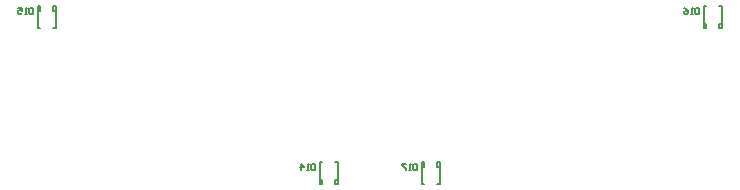
<source format=gbo>
G04*
G04 #@! TF.GenerationSoftware,Altium Limited,Altium Designer,24.5.2 (23)*
G04*
G04 Layer_Color=32896*
%FSLAX44Y44*%
%MOMM*%
G71*
G04*
G04 #@! TF.SameCoordinates,1F493C1C-94EE-482F-B0B6-BA56A28CA170*
G04*
G04*
G04 #@! TF.FilePolarity,Positive*
G04*
G01*
G75*
%ADD10C,0.2000*%
%ADD11C,0.1270*%
D10*
X37680Y264580D02*
Y268580D01*
X35680Y264580D02*
X37680D01*
X48680D02*
X50680D01*
X48680D02*
Y268580D01*
X50680Y249580D02*
Y268580D01*
X35680Y249580D02*
Y268580D01*
X48680Y249580D02*
X50680D01*
X48680Y268580D02*
X50680D01*
X35680Y249580D02*
X37680D01*
X35680Y268580D02*
X37680D01*
X612560Y249580D02*
Y253580D01*
X614560D01*
X599560D02*
X601560D01*
Y249580D02*
Y253580D01*
X599560Y249580D02*
Y268580D01*
X614560Y249580D02*
Y268580D01*
X599560D02*
X601560D01*
X599560Y249580D02*
X601560D01*
X612560Y268580D02*
X614560D01*
X612560Y249580D02*
X614560D01*
X362800Y132500D02*
Y136500D01*
X360800Y132500D02*
X362800D01*
X373800D02*
X375800D01*
X373800D02*
Y136500D01*
X375800Y117500D02*
Y136500D01*
X360800Y117500D02*
Y136500D01*
X373800Y117500D02*
X375800D01*
X373800Y136500D02*
X375800D01*
X360800Y117500D02*
X362800D01*
X360800Y136500D02*
X362800D01*
X287440Y117500D02*
Y121500D01*
X289440D01*
X274440D02*
X276440D01*
Y117500D02*
Y121500D01*
X274440Y117500D02*
Y136500D01*
X289440Y117500D02*
Y136500D01*
X274440D02*
X276440D01*
X274440Y117500D02*
X276440D01*
X287440Y136500D02*
X289440D01*
X287440Y117500D02*
X289440D01*
D11*
X356868Y134619D02*
Y129541D01*
X354329D01*
X353482Y130387D01*
Y133773D01*
X354329Y134619D01*
X356868D01*
X351790Y129541D02*
X350097D01*
X350943D01*
Y134619D01*
X351790Y133773D01*
X347558Y134619D02*
X344172D01*
Y133773D01*
X347558Y130387D01*
Y129541D01*
X595628Y266699D02*
Y261621D01*
X593089D01*
X592242Y262467D01*
Y265853D01*
X593089Y266699D01*
X595628D01*
X590550Y261621D02*
X588857D01*
X589703D01*
Y266699D01*
X590550Y265853D01*
X582932Y266699D02*
X584625Y265853D01*
X586318Y264160D01*
Y262467D01*
X585471Y261621D01*
X583778D01*
X582932Y262467D01*
Y263314D01*
X583778Y264160D01*
X586318D01*
X31748Y266699D02*
Y261621D01*
X29209D01*
X28362Y262467D01*
Y265853D01*
X29209Y266699D01*
X31748D01*
X26670Y261621D02*
X24977D01*
X25823D01*
Y266699D01*
X26670Y265853D01*
X19052Y266699D02*
X22438D01*
Y264160D01*
X20745Y265006D01*
X19898D01*
X19052Y264160D01*
Y262467D01*
X19898Y261621D01*
X21591D01*
X22438Y262467D01*
X270508Y134619D02*
Y129541D01*
X267969D01*
X267122Y130387D01*
Y133773D01*
X267969Y134619D01*
X270508D01*
X265430Y129541D02*
X263737D01*
X264583D01*
Y134619D01*
X265430Y133773D01*
X258658Y129541D02*
Y134619D01*
X261198Y132080D01*
X257812D01*
M02*

</source>
